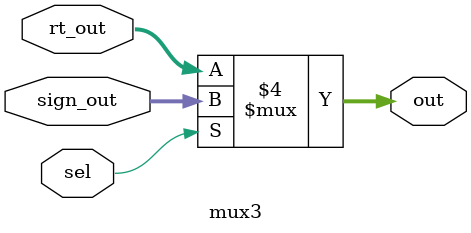
<source format=v>
`timescale 1ns / 1ps


module mux3(rt_out,sign_out,sel,out);
input[31:0]rt_out,sign_out;
input sel;
output reg[31:0] out;
always@(*)
begin
if(sel==0)
out=rt_out;
else
out=sign_out;
end

endmodule

</source>
